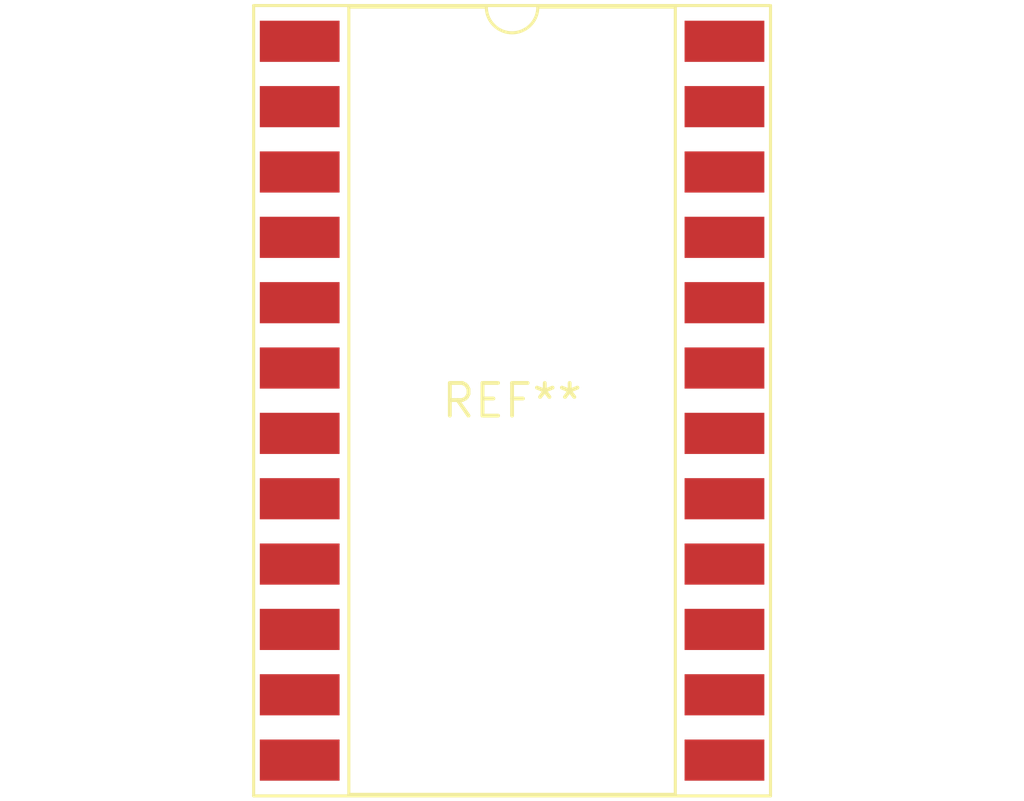
<source format=kicad_pcb>
(kicad_pcb (version 20240108) (generator pcbnew)
  (layers (0 "F.Cu" signal) (31 "B.Cu" signal) (34 "B.Paste" user) (35 "F.Paste" user) (36 "B.SilkS" user "B.Silkscreen") (37 "F.SilkS" user "F.Silkscreen") (38 "B.Mask" user) (39 "F.Mask" user) (44 "Edge.Cuts" user))
  (net 0 "")
  (footprint "DIP-24_W16.51mm_SMDSocket_LongPads" (layer "F.Cu") (at 0 0)
    (property "Reference" "REF**")
    (property "Value" "DIP-24_W16.51mm_SMDSocket_LongPads")
    (fp_line (start -10.045 -15.36) (end -10.045 15.36) (layer "F.SilkS") (stroke (width 0.12)))
    (fp_line (start -10.045 15.36) (end 10.045 15.36) (layer "F.SilkS") (stroke (width 0.12)))
    (fp_line (start -6.345 -15.3) (end -6.345 15.3) (layer "F.SilkS") (stroke (width 0.12)))
    (fp_line (start -6.345 15.3) (end 6.345 15.3) (layer "F.SilkS") (stroke (width 0.12)))
    (fp_line (start -1 -15.3) (end -6.345 -15.3) (layer "F.SilkS") (stroke (width 0.12)))
    (fp_line (start 6.345 -15.3) (end 1 -15.3) (layer "F.SilkS") (stroke (width 0.12)))
    (fp_line (start 6.345 15.3) (end 6.345 -15.3) (layer "F.SilkS") (stroke (width 0.12)))
    (fp_line (start 10.045 -15.36) (end -10.045 -15.36) (layer "F.SilkS") (stroke (width 0.12)))
    (fp_line (start 10.045 15.36) (end 10.045 -15.36) (layer "F.SilkS") (stroke (width 0.12)))
    (fp_arc (start 1 -15.3) (mid 0 -14.3) (end -1 -15.3) (layer "F.SilkS") (stroke (width 0.12)))
    (pad "1" smd rect (at -8.255 -13.97) (size 3.1 1.6) (layers "F.Cu" "F.Paste" "F.Mask"))
    (pad "2" smd rect (at -8.255 -11.43) (size 3.1 1.6) (layers "F.Cu" "F.Paste" "F.Mask"))
    (pad "3" smd rect (at -8.255 -8.89) (size 3.1 1.6) (layers "F.Cu" "F.Paste" "F.Mask"))
    (pad "4" smd rect (at -8.255 -6.35) (size 3.1 1.6) (layers "F.Cu" "F.Paste" "F.Mask"))
    (pad "5" smd rect (at -8.255 -3.81) (size 3.1 1.6) (layers "F.Cu" "F.Paste" "F.Mask"))
    (pad "6" smd rect (at -8.255 -1.27) (size 3.1 1.6) (layers "F.Cu" "F.Paste" "F.Mask"))
    (pad "7" smd rect (at -8.255 1.27) (size 3.1 1.6) (layers "F.Cu" "F.Paste" "F.Mask"))
    (pad "8" smd rect (at -8.255 3.81) (size 3.1 1.6) (layers "F.Cu" "F.Paste" "F.Mask"))
    (pad "9" smd rect (at -8.255 6.35) (size 3.1 1.6) (layers "F.Cu" "F.Paste" "F.Mask"))
    (pad "10" smd rect (at -8.255 8.89) (size 3.1 1.6) (layers "F.Cu" "F.Paste" "F.Mask"))
    (pad "11" smd rect (at -8.255 11.43) (size 3.1 1.6) (layers "F.Cu" "F.Paste" "F.Mask"))
    (pad "12" smd rect (at -8.255 13.97) (size 3.1 1.6) (layers "F.Cu" "F.Paste" "F.Mask"))
    (pad "13" smd rect (at 8.255 13.97) (size 3.1 1.6) (layers "F.Cu" "F.Paste" "F.Mask"))
    (pad "14" smd rect (at 8.255 11.43) (size 3.1 1.6) (layers "F.Cu" "F.Paste" "F.Mask"))
    (pad "15" smd rect (at 8.255 8.89) (size 3.1 1.6) (layers "F.Cu" "F.Paste" "F.Mask"))
    (pad "16" smd rect (at 8.255 6.35) (size 3.1 1.6) (layers "F.Cu" "F.Paste" "F.Mask"))
    (pad "17" smd rect (at 8.255 3.81) (size 3.1 1.6) (layers "F.Cu" "F.Paste" "F.Mask"))
    (pad "18" smd rect (at 8.255 1.27) (size 3.1 1.6) (layers "F.Cu" "F.Paste" "F.Mask"))
    (pad "19" smd rect (at 8.255 -1.27) (size 3.1 1.6) (layers "F.Cu" "F.Paste" "F.Mask"))
    (pad "20" smd rect (at 8.255 -3.81) (size 3.1 1.6) (layers "F.Cu" "F.Paste" "F.Mask"))
    (pad "21" smd rect (at 8.255 -6.35) (size 3.1 1.6) (layers "F.Cu" "F.Paste" "F.Mask"))
    (pad "22" smd rect (at 8.255 -8.89) (size 3.1 1.6) (layers "F.Cu" "F.Paste" "F.Mask"))
    (pad "23" smd rect (at 8.255 -11.43) (size 3.1 1.6) (layers "F.Cu" "F.Paste" "F.Mask"))
    (pad "24" smd rect (at 8.255 -13.97) (size 3.1 1.6) (layers "F.Cu" "F.Paste" "F.Mask"))
  )
)
</source>
